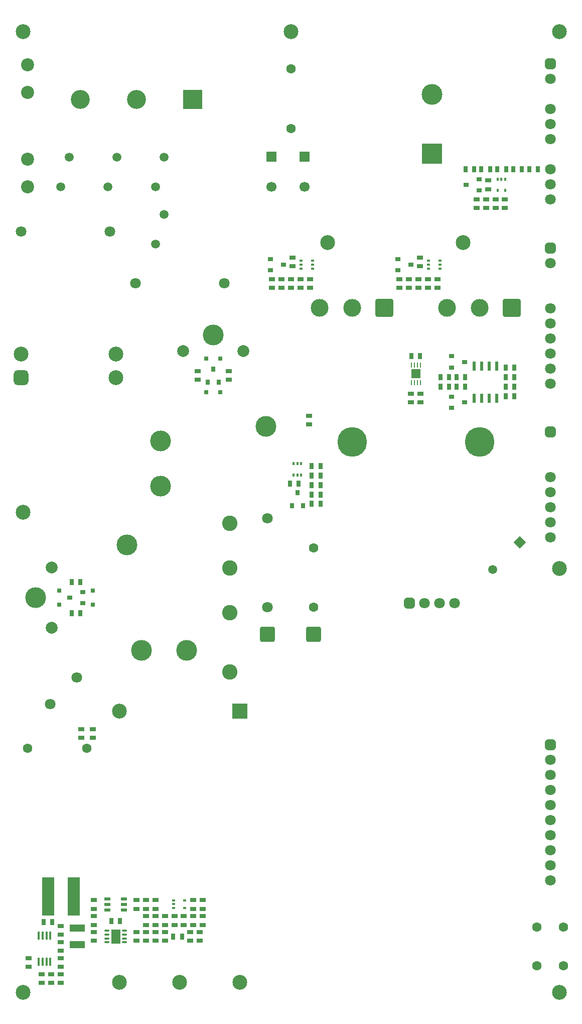
<source format=gbr>
%TF.GenerationSoftware,KiCad,Pcbnew,8.0.2*%
%TF.CreationDate,2024-05-14T20:54:04+07:00*%
%TF.ProjectId,HW.ACIM-PSU,48572e41-4349-44d2-9d50-53552e6b6963,0.0*%
%TF.SameCoordinates,Original*%
%TF.FileFunction,Soldermask,Bot*%
%TF.FilePolarity,Negative*%
%FSLAX46Y46*%
G04 Gerber Fmt 4.6, Leading zero omitted, Abs format (unit mm)*
G04 Created by KiCad (PCBNEW 8.0.2) date 2024-05-14 20:54:04*
%MOMM*%
%LPD*%
G01*
G04 APERTURE LIST*
G04 Aperture macros list*
%AMRoundRect*
0 Rectangle with rounded corners*
0 $1 Rounding radius*
0 $2 $3 $4 $5 $6 $7 $8 $9 X,Y pos of 4 corners*
0 Add a 4 corners polygon primitive as box body*
4,1,4,$2,$3,$4,$5,$6,$7,$8,$9,$2,$3,0*
0 Add four circle primitives for the rounded corners*
1,1,$1+$1,$2,$3*
1,1,$1+$1,$4,$5*
1,1,$1+$1,$6,$7*
1,1,$1+$1,$8,$9*
0 Add four rect primitives between the rounded corners*
20,1,$1+$1,$2,$3,$4,$5,0*
20,1,$1+$1,$4,$5,$6,$7,0*
20,1,$1+$1,$6,$7,$8,$9,0*
20,1,$1+$1,$8,$9,$2,$3,0*%
%AMRotRect*
0 Rectangle, with rotation*
0 The origin of the aperture is its center*
0 $1 length*
0 $2 width*
0 $3 Rotation angle, in degrees counterclockwise*
0 Add horizontal line*
21,1,$1,$2,0,0,$3*%
G04 Aperture macros list end*
%ADD10RoundRect,0.450000X-0.450000X0.450000X-0.450000X-0.450000X0.450000X-0.450000X0.450000X0.450000X0*%
%ADD11C,1.800000*%
%ADD12R,3.200000X3.200000*%
%ADD13C,3.200000*%
%ADD14C,2.600000*%
%ADD15RoundRect,0.250000X-1.000000X-1.000000X1.000000X-1.000000X1.000000X1.000000X-1.000000X1.000000X0*%
%ADD16C,2.200000*%
%ADD17C,2.500000*%
%ADD18C,1.500000*%
%ADD19C,2.000000*%
%ADD20C,3.500000*%
%ADD21R,3.500000X3.500000*%
%ADD22C,1.600000*%
%ADD23RotRect,1.500000X1.500000X225.000000*%
%ADD24C,1.700000*%
%ADD25R,1.700000X1.700000*%
%ADD26RoundRect,0.625000X0.625000X-0.625000X0.625000X0.625000X-0.625000X0.625000X-0.625000X-0.625000X0*%
%ADD27RoundRect,0.450000X-0.450000X-0.450000X0.450000X-0.450000X0.450000X0.450000X-0.450000X0.450000X0*%
%ADD28R,2.500000X2.500000*%
%ADD29R,0.400000X0.600000*%
%ADD30R,1.000000X0.650000*%
%ADD31R,0.650000X1.000000*%
%ADD32R,0.700000X0.700000*%
%ADD33R,0.420000X0.600000*%
%ADD34C,5.000000*%
%ADD35RoundRect,0.250000X-1.250000X-1.250000X1.250000X-1.250000X1.250000X1.250000X-1.250000X1.250000X0*%
%ADD36C,3.000000*%
%ADD37R,1.100000X0.600000*%
%ADD38R,0.600000X1.550000*%
%ADD39R,0.800000X0.900000*%
%ADD40O,0.800000X0.400000*%
%ADD41R,1.600000X2.400000*%
%ADD42R,0.900000X0.800000*%
%ADD43R,0.600000X0.420000*%
%ADD44RoundRect,0.125000X0.000010X0.300000X-0.000010X0.300000X-0.000010X-0.300000X0.000010X-0.300000X0*%
%ADD45R,1.600000X1.500000*%
%ADD46R,2.500000X1.300000*%
%ADD47R,2.150000X6.500000*%
%ADD48R,0.450000X1.450000*%
%ADD49R,0.600000X0.400000*%
G04 APERTURE END LIST*
D10*
%TO.C,J2*%
X112167100Y-77132900D03*
D11*
X112167100Y-79672900D03*
X112167100Y-84752900D03*
X112167100Y-87292900D03*
X112167100Y-89832900D03*
X112167100Y-94912900D03*
X112167100Y-97452900D03*
X112167100Y-99992900D03*
%TD*%
D10*
%TO.C,J3*%
X112167100Y-139165100D03*
D11*
X112167100Y-146785100D03*
X112167100Y-149325100D03*
X112167100Y-151865100D03*
X112167100Y-154405100D03*
X112167100Y-156945100D03*
%TD*%
D12*
%TO.C,J1*%
X51794000Y-83118100D03*
D13*
X42294000Y-83118100D03*
X32794000Y-83118100D03*
%TD*%
D14*
%TO.C,BR1*%
X58044000Y-179618100D03*
X58044000Y-169618100D03*
X58044000Y-162118100D03*
X58044000Y-154618100D03*
%TD*%
D15*
%TO.C,J8*%
X72144000Y-173318100D03*
%TD*%
D10*
%TO.C,J5*%
X112168100Y-191954299D03*
D11*
X112168100Y-194494300D03*
X112168100Y-197034300D03*
X112168100Y-199574300D03*
X112168100Y-202114299D03*
X112168100Y-204654301D03*
X112168100Y-207194300D03*
X112168100Y-209734300D03*
X112168100Y-212274300D03*
X112168100Y-214814301D03*
%TD*%
D16*
%TO.C,F1*%
X23879000Y-77322100D03*
X23879000Y-81922100D03*
X23879000Y-93222100D03*
X23879000Y-97822100D03*
%TD*%
D17*
%TO.C,J7*%
X97417099Y-107239200D03*
%TD*%
D18*
%TO.C,M3*%
X45479000Y-97822100D03*
X46979000Y-92822100D03*
%TD*%
D11*
%TO.C,B1*%
X27698935Y-185038165D03*
X32189063Y-180548037D03*
%TD*%
D17*
%TO.C,*%
X113617000Y-162233900D03*
%TD*%
D19*
%TO.C,RL2*%
X27943999Y-162018099D03*
X27943999Y-172218101D03*
D20*
X25244000Y-167118100D03*
X40643999Y-158218100D03*
X50743999Y-176018100D03*
X43143999Y-176018100D03*
%TD*%
D11*
%TO.C,C2*%
X37794000Y-105418100D03*
X22794000Y-105418100D03*
%TD*%
D21*
%TO.C,C44*%
X92167100Y-92292900D03*
D20*
X92167100Y-82292900D03*
%TD*%
D18*
%TO.C,M4*%
X45479000Y-107522100D03*
X46979000Y-102522100D03*
%TD*%
D17*
%TO.C,*%
X23117000Y-71734100D03*
%TD*%
D22*
%TO.C,C43*%
X68367100Y-77992900D03*
X68367100Y-87992900D03*
%TD*%
%TO.C,BT1*%
X109842000Y-229183900D03*
X109842000Y-222683900D03*
X114342000Y-229183900D03*
X114342000Y-222683900D03*
%TD*%
D18*
%TO.C,BZ1*%
X102368903Y-162381997D03*
D23*
X106965097Y-157785803D03*
%TD*%
D11*
%TO.C,C11*%
X57094000Y-114118100D03*
X42094000Y-114118100D03*
%TD*%
D24*
%TO.C,D8*%
X65067100Y-97832900D03*
D25*
X65067100Y-92752900D03*
%TD*%
D17*
%TO.C,*%
X23117001Y-233634099D03*
%TD*%
D22*
%TO.C,C28*%
X72144000Y-158718100D03*
X72144000Y-168718100D03*
%TD*%
D11*
%TO.C,C35*%
X64344000Y-153718100D03*
X64344000Y-168718100D03*
%TD*%
D17*
%TO.C,*%
X68367000Y-71734100D03*
%TD*%
D24*
%TO.C,D11*%
X70667100Y-97832900D03*
D25*
X70667100Y-92752900D03*
%TD*%
D18*
%TO.C,M2*%
X37479000Y-97822100D03*
X38979000Y-92822100D03*
%TD*%
D26*
%TO.C,FT1*%
X22844000Y-130018100D03*
D17*
X38844000Y-130018100D03*
X22844000Y-126018100D03*
X38844000Y-126018100D03*
%TD*%
%TO.C,*%
X113617000Y-71734100D03*
%TD*%
D22*
%TO.C,C1*%
X33943999Y-192493101D03*
X23943999Y-192493101D03*
%TD*%
D27*
%TO.C,MD2*%
X88357000Y-168083900D03*
D11*
X90897000Y-168083900D03*
X93437000Y-168083900D03*
X95977000Y-168083900D03*
%TD*%
D17*
%TO.C,J9*%
X74517099Y-107239200D03*
%TD*%
D28*
%TO.C,MD1*%
X59687100Y-186229200D03*
D17*
X39367100Y-186229200D03*
X39367100Y-231949200D03*
X49527100Y-231949200D03*
X59687100Y-231949200D03*
%TD*%
D10*
%TO.C,J4*%
X112167100Y-108149200D03*
D11*
X112167100Y-110689200D03*
X112167100Y-118309200D03*
X112167100Y-120849200D03*
X112167100Y-123389200D03*
X112167100Y-125929200D03*
X112167100Y-128469200D03*
X112167100Y-131009200D03*
%TD*%
D18*
%TO.C,M1*%
X30979000Y-92822100D03*
X29479000Y-97822100D03*
%TD*%
D17*
%TO.C,*%
X23117000Y-152684000D03*
%TD*%
D15*
%TO.C,J6*%
X64344000Y-173318100D03*
%TD*%
D17*
%TO.C,*%
X113617000Y-233634100D03*
%TD*%
D19*
%TO.C,RL1*%
X60344001Y-125518099D03*
X50143999Y-125518099D03*
D20*
X55244000Y-122818100D03*
X64144000Y-138218099D03*
X46344000Y-148318099D03*
X46344000Y-140718099D03*
%TD*%
D29*
%TO.C,U11*%
X103217099Y-96562900D03*
X103867099Y-96562901D03*
X104517099Y-96562900D03*
X104517099Y-98462900D03*
X103217099Y-98462900D03*
%TD*%
D30*
%TO.C,C52*%
X51877100Y-218124201D03*
X51877100Y-219574199D03*
%TD*%
%TO.C,R2*%
X34943999Y-190718100D03*
X34943999Y-189268102D03*
%TD*%
%TO.C,C34*%
X51377100Y-223524201D03*
X51377100Y-224974199D03*
%TD*%
D31*
%TO.C,R23*%
X97742100Y-131564201D03*
X96292100Y-131564201D03*
%TD*%
D32*
%TO.C,D3*%
X56444000Y-126818100D03*
X54044000Y-126818100D03*
%TD*%
D33*
%TO.C,U8*%
X68794000Y-144518100D03*
X69444000Y-144518101D03*
X70094000Y-144518100D03*
X70094000Y-146418100D03*
X69444000Y-146418099D03*
X68794000Y-146418100D03*
%TD*%
D30*
%TO.C,C27*%
X43877100Y-223524201D03*
X43877100Y-224974199D03*
%TD*%
%TO.C,R14*%
X90217100Y-132739200D03*
X90217100Y-134189198D03*
%TD*%
%TO.C,C45*%
X47077100Y-222274199D03*
X47077100Y-220824201D03*
%TD*%
D31*
%TO.C,C42*%
X106042099Y-129964201D03*
X104592101Y-129964201D03*
%TD*%
D34*
%TO.C,Q3*%
X78667099Y-140839200D03*
D35*
X84117099Y-118289200D03*
D36*
X78667099Y-118289200D03*
X73217099Y-118289200D03*
%TD*%
D37*
%TO.C,U3*%
X40177100Y-217899200D03*
X40177099Y-218849200D03*
X40177100Y-219799200D03*
X37377100Y-219799200D03*
X37377101Y-218849200D03*
X37377100Y-217899200D03*
%TD*%
D31*
%TO.C,R21*%
X97742100Y-129964201D03*
X96292100Y-129964201D03*
%TD*%
D32*
%TO.C,D2*%
X56444000Y-132518100D03*
X54044000Y-132518100D03*
%TD*%
D30*
%TO.C,R34*%
X66767099Y-113414201D03*
X66767099Y-114864199D03*
%TD*%
%TO.C,R29*%
X45477100Y-219574199D03*
X45477100Y-218124201D03*
%TD*%
D31*
%TO.C,C24*%
X38052101Y-221649200D03*
X39502099Y-221649200D03*
%TD*%
D30*
%TO.C,R46*%
X53477100Y-218124201D03*
X53477100Y-219574199D03*
%TD*%
%TO.C,C29*%
X43877100Y-219574199D03*
X43877100Y-218124201D03*
%TD*%
%TO.C,R6*%
X29477100Y-232024199D03*
X29477100Y-230574201D03*
%TD*%
%TO.C,R56*%
X88267099Y-113414201D03*
X88267099Y-114864199D03*
%TD*%
D31*
%TO.C,R24*%
X106042100Y-133164201D03*
X104592100Y-133164201D03*
%TD*%
D30*
%TO.C,C22*%
X35077100Y-220824201D03*
X35077100Y-222274199D03*
%TD*%
%TO.C,C30*%
X45477100Y-223524201D03*
X45477100Y-224974199D03*
%TD*%
%TO.C,C51*%
X50277100Y-222274199D03*
X50277100Y-220824201D03*
%TD*%
D31*
%TO.C,R12*%
X32819000Y-164518100D03*
X31369000Y-164518100D03*
%TD*%
D30*
%TO.C,C63*%
X89867099Y-113414201D03*
X89867099Y-114864199D03*
%TD*%
%TO.C,R55*%
X86667099Y-113414201D03*
X86667099Y-114864199D03*
%TD*%
%TO.C,C23*%
X35077100Y-219574199D03*
X35077100Y-218124201D03*
%TD*%
D38*
%TO.C,U5*%
X103072100Y-133464201D03*
X101802100Y-133464201D03*
X100538502Y-133460378D03*
X99262100Y-133464201D03*
X99262100Y-128064201D03*
X100532100Y-128064201D03*
X101802100Y-128064201D03*
X103072100Y-128064201D03*
%TD*%
D31*
%TO.C,C37*%
X88692101Y-126389200D03*
X90142099Y-126389200D03*
%TD*%
%TO.C,R26*%
X106042099Y-128364201D03*
X104592101Y-128364201D03*
%TD*%
D30*
%TO.C,R5*%
X29477100Y-229324199D03*
X29477100Y-227874201D03*
%TD*%
%TO.C,C55*%
X53477100Y-222274199D03*
X53477100Y-220824201D03*
%TD*%
D31*
%TO.C,R64*%
X107342099Y-94912900D03*
X105892101Y-94912900D03*
%TD*%
D30*
%TO.C,C32*%
X29477100Y-226624199D03*
X29477100Y-225174201D03*
%TD*%
D39*
%TO.C,Q1*%
X56194000Y-130768100D03*
X54293285Y-130770289D03*
X55244000Y-128568100D03*
%TD*%
D30*
%TO.C,C25*%
X42277100Y-223524201D03*
X42277100Y-224974199D03*
%TD*%
%TO.C,FT2*%
X43877100Y-220824201D03*
X43877100Y-222274199D03*
%TD*%
D31*
%TO.C,R63*%
X110042099Y-94912900D03*
X108592101Y-94912900D03*
%TD*%
D40*
%TO.C,U2*%
X37327100Y-225224200D03*
X37327100Y-224574200D03*
X37327100Y-223924200D03*
X37327100Y-223274200D03*
X40227100Y-223274200D03*
X40227100Y-223924200D03*
X40227100Y-224574200D03*
X40227100Y-225224200D03*
D41*
X38777100Y-224249200D03*
%TD*%
D30*
%TO.C,FT3*%
X71444000Y-136443101D03*
X71444000Y-137893099D03*
%TD*%
D42*
%TO.C,Q4*%
X95417100Y-128314201D03*
X95414911Y-126413486D03*
X97617099Y-127364201D03*
%TD*%
D30*
%TO.C,C71*%
X104467099Y-101387899D03*
X104467099Y-99937901D03*
%TD*%
D31*
%TO.C,R66*%
X101942098Y-94912900D03*
X100492100Y-94912900D03*
%TD*%
%TO.C,R48*%
X71869001Y-146518100D03*
X73318999Y-146518100D03*
%TD*%
D43*
%TO.C,U10*%
X93467099Y-110339200D03*
X93467098Y-110989200D03*
X93467099Y-111639200D03*
X91567099Y-111639200D03*
X91567100Y-110989200D03*
X91567099Y-110339200D03*
%TD*%
D32*
%TO.C,D4*%
X34944000Y-165918100D03*
X34944000Y-168318100D03*
%TD*%
D30*
%TO.C,C60*%
X90117099Y-111264199D03*
X90117099Y-109814201D03*
%TD*%
%TO.C,R58*%
X91467099Y-113414201D03*
X91467099Y-114864199D03*
%TD*%
%TO.C,R3*%
X26277100Y-230574201D03*
X26277100Y-232024199D03*
%TD*%
%TO.C,R16*%
X88617100Y-132739200D03*
X88617100Y-134189198D03*
%TD*%
%TO.C,R11*%
X52644000Y-128943101D03*
X52644000Y-130393099D03*
%TD*%
D31*
%TO.C,FT4*%
X48502101Y-224249200D03*
X49952099Y-224249200D03*
%TD*%
D30*
%TO.C,C17*%
X29477100Y-223924199D03*
X29477100Y-222474201D03*
%TD*%
D44*
%TO.C,U4*%
X90167100Y-130839200D03*
X89667100Y-130839200D03*
X89167100Y-130839200D03*
X88667100Y-130839200D03*
X88667100Y-127939200D03*
X89167100Y-127939200D03*
X89667100Y-127939200D03*
X90167100Y-127939200D03*
D45*
X89417100Y-129389200D03*
%TD*%
D31*
%TO.C,C41*%
X106042099Y-131564201D03*
X104592101Y-131564201D03*
%TD*%
D30*
%TO.C,C70*%
X99667099Y-99937901D03*
X99667099Y-101387899D03*
%TD*%
D46*
%TO.C,C19*%
X32277100Y-222849201D03*
X32277100Y-225649199D03*
%TD*%
D42*
%TO.C,D12*%
X64867099Y-111939200D03*
X64864910Y-110038485D03*
X67067098Y-110989200D03*
%TD*%
D31*
%TO.C,R22*%
X95042100Y-131564201D03*
X93592100Y-131564201D03*
%TD*%
D47*
%TO.C,L3*%
X27352100Y-217449200D03*
X31702100Y-217449200D03*
%TD*%
D30*
%TO.C,C20*%
X35077100Y-224974199D03*
X35077100Y-223524201D03*
%TD*%
%TO.C,C31*%
X47077100Y-223524201D03*
X47077100Y-224974199D03*
%TD*%
%TO.C,C38*%
X24077100Y-227874201D03*
X24077100Y-229324199D03*
%TD*%
%TO.C,R73*%
X101267099Y-101387899D03*
X101267099Y-99937901D03*
%TD*%
%TO.C,C26*%
X42277100Y-219574199D03*
X42277100Y-218124201D03*
%TD*%
%TO.C,C33*%
X52977100Y-223524201D03*
X52977100Y-224974199D03*
%TD*%
D31*
%TO.C,R13*%
X31369001Y-169718100D03*
X32818999Y-169718100D03*
%TD*%
%TO.C,C50*%
X73318999Y-144918100D03*
X71869001Y-144918100D03*
%TD*%
%TO.C,C58*%
X71869001Y-148118100D03*
X73318999Y-148118100D03*
%TD*%
%TO.C,C66*%
X97792100Y-94912900D03*
X99242098Y-94912900D03*
%TD*%
D30*
%TO.C,C47*%
X68617099Y-111264199D03*
X68617099Y-109814201D03*
%TD*%
D42*
%TO.C,D16*%
X86367099Y-111939200D03*
X86364910Y-110038485D03*
X88567098Y-110989200D03*
%TD*%
D30*
%TO.C,C57*%
X68367099Y-113414201D03*
X68367099Y-114864199D03*
%TD*%
D34*
%TO.C,Q6*%
X100167100Y-140839200D03*
D35*
X105617100Y-118289200D03*
D36*
X100167100Y-118289200D03*
X94717100Y-118289200D03*
%TD*%
D30*
%TO.C,R33*%
X65167099Y-113414201D03*
X65167099Y-114864199D03*
%TD*%
D48*
%TO.C,U1*%
X27752100Y-228499200D03*
X27102100Y-228499200D03*
X26452100Y-228499200D03*
X25812100Y-228499200D03*
X25812100Y-224099200D03*
X26452100Y-224099200D03*
X27102100Y-224099200D03*
X27752100Y-224099200D03*
%TD*%
D31*
%TO.C,R35*%
X71869001Y-151318100D03*
X73318999Y-151318100D03*
%TD*%
%TO.C,C48*%
X69669000Y-147868100D03*
X68219000Y-147868100D03*
%TD*%
D30*
%TO.C,C8*%
X27877100Y-232024199D03*
X27877100Y-230574201D03*
%TD*%
D31*
%TO.C,R20*%
X95042100Y-129964201D03*
X93592100Y-129964201D03*
%TD*%
%TO.C,C13*%
X26602101Y-221799200D03*
X28052099Y-221799200D03*
%TD*%
D42*
%TO.C,D17*%
X100117099Y-96562900D03*
X100119288Y-98463615D03*
X97917100Y-97512900D03*
%TD*%
D30*
%TO.C,R45*%
X51877100Y-222274199D03*
X51877100Y-220824201D03*
%TD*%
D32*
%TO.C,D5*%
X29244000Y-165918100D03*
X29244000Y-168318100D03*
%TD*%
D42*
%TO.C,Q2*%
X33194000Y-166168100D03*
X33196189Y-168068815D03*
X30994001Y-167118100D03*
%TD*%
D30*
%TO.C,C62*%
X93067099Y-114864199D03*
X93067099Y-113414201D03*
%TD*%
D43*
%TO.C,U7*%
X71967099Y-110339200D03*
X71967098Y-110989200D03*
X71967099Y-111639200D03*
X70067099Y-111639200D03*
X70067100Y-110989200D03*
X70067099Y-110339200D03*
%TD*%
D30*
%TO.C,C67*%
X101667099Y-96787901D03*
X101667099Y-98237899D03*
%TD*%
D31*
%TO.C,R65*%
X104642099Y-94912900D03*
X103192101Y-94912900D03*
%TD*%
D30*
%TO.C,R1*%
X32943999Y-190718100D03*
X32943999Y-189268102D03*
%TD*%
%TO.C,R47*%
X69967099Y-113414201D03*
X69967099Y-114864199D03*
%TD*%
D39*
%TO.C,D13*%
X70394000Y-151618100D03*
X68493285Y-151620289D03*
X69444000Y-149418100D03*
%TD*%
D30*
%TO.C,C49*%
X71567099Y-114864199D03*
X71567099Y-113414201D03*
%TD*%
%TO.C,C46*%
X48677100Y-222274199D03*
X48677100Y-220824201D03*
%TD*%
%TO.C,R30*%
X45477100Y-222274199D03*
X45477100Y-220824201D03*
%TD*%
D49*
%TO.C,U6*%
X48527100Y-219449200D03*
X48527101Y-218799200D03*
X48527100Y-218149200D03*
X50427100Y-218149200D03*
X50427100Y-219449200D03*
%TD*%
D30*
%TO.C,R10*%
X57844000Y-130393099D03*
X57844000Y-128943101D03*
%TD*%
%TO.C,R74*%
X102867099Y-99937901D03*
X102867099Y-101387899D03*
%TD*%
D42*
%TO.C,Q5*%
X95417100Y-135114201D03*
X95414911Y-133213486D03*
X97617099Y-134164201D03*
%TD*%
D31*
%TO.C,R36*%
X71869001Y-149718100D03*
X73318999Y-149718100D03*
%TD*%
M02*

</source>
